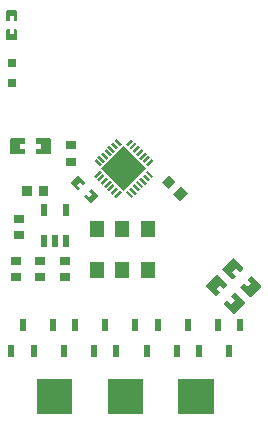
<source format=gtp>
G04 Layer: TopPasteMaskLayer*
G04 EasyEDA v6.4.20.6, 2021-08-18T09:30:06+08:00*
G04 2d57448aed11401ea87c12970cfe30e9,34bb6763e28e4bbdb854ef51fa08daf4,10*
G04 Gerber Generator version 0.2*
G04 Scale: 100 percent, Rotated: No, Reflected: No *
G04 Dimensions in millimeters *
G04 leading zeros omitted , absolute positions ,4 integer and 5 decimal *
%FSLAX45Y45*%
%MOMM*%

%ADD16R,0.8000X0.8000*%
%ADD19R,0.9000X0.8000*%
%ADD21R,1.2000X1.4000*%
%ADD23R,0.5320X1.0375*%
%ADD25R,0.6000X1.0000*%

%LPD*%
G36*
X-252018Y-527050D02*
G01*
X-257048Y-532028D01*
X-257048Y-612038D01*
X-252018Y-617067D01*
X-229260Y-617067D01*
X-229260Y-580034D01*
X-196240Y-580034D01*
X-196240Y-617067D01*
X-172059Y-617067D01*
X-167030Y-612038D01*
X-167030Y-532028D01*
X-172059Y-527050D01*
G37*
G36*
X-252018Y-687070D02*
G01*
X-257048Y-692048D01*
X-257048Y-771042D01*
X-252018Y-776071D01*
X-172059Y-776071D01*
X-167030Y-771042D01*
X-167030Y-692048D01*
X-172059Y-687070D01*
X-196240Y-687070D01*
X-196240Y-725068D01*
X-229260Y-725068D01*
X-229260Y-687070D01*
G37*
G36*
X-3302Y-1609394D02*
G01*
X-8280Y-1614424D01*
X-7823Y-1656384D01*
X36220Y-1656384D01*
X36220Y-1701393D01*
X-8788Y-1701393D01*
X-8280Y-1742389D01*
X-3302Y-1747418D01*
X111709Y-1747418D01*
X116687Y-1742389D01*
X116687Y-1614424D01*
X111709Y-1609394D01*
G37*
G36*
X-218287Y-1609394D02*
G01*
X-223316Y-1614424D01*
X-223316Y-1742389D01*
X-218287Y-1747418D01*
X-103276Y-1747418D01*
X-98298Y-1742389D01*
X-98806Y-1701393D01*
X-142798Y-1701393D01*
X-142798Y-1656384D01*
X-98298Y-1656384D01*
X-98298Y-1614424D01*
X-103276Y-1609394D01*
G37*
G36*
X459079Y-2040839D02*
G01*
X442976Y-2056942D01*
X469138Y-2083104D01*
X445770Y-2106422D01*
X419608Y-2080260D01*
X402488Y-2097379D01*
X402488Y-2104440D01*
X459079Y-2161032D01*
X466140Y-2161032D01*
X522732Y-2104440D01*
X522732Y-2097379D01*
X466140Y-2040839D01*
G37*
G36*
X346659Y-1928368D02*
G01*
X290068Y-1984959D01*
X290068Y-1992020D01*
X345948Y-2047900D01*
X353009Y-2047900D01*
X370128Y-2030780D01*
X343255Y-2003907D01*
X366572Y-1980590D01*
X393446Y-2007412D01*
X409600Y-1991309D01*
X409600Y-1984248D01*
X353720Y-1928368D01*
G37*
G36*
X1674114Y-2919933D02*
G01*
X1644751Y-2949956D01*
X1675841Y-2981096D01*
X1644040Y-3012897D01*
X1612239Y-2981096D01*
X1583588Y-3010408D01*
X1583588Y-3017469D01*
X1664919Y-3098800D01*
X1671980Y-3098800D01*
X1762506Y-3008325D01*
X1762506Y-3001213D01*
X1681175Y-2919933D01*
G37*
G36*
X1522069Y-2767888D02*
G01*
X1431544Y-2858414D01*
X1431544Y-2865475D01*
X1512874Y-2946806D01*
X1519936Y-2946806D01*
X1548587Y-2917444D01*
X1517446Y-2886303D01*
X1549298Y-2854502D01*
X1580743Y-2885948D01*
X1610461Y-2856280D01*
X1610461Y-2849219D01*
X1529130Y-2767888D01*
G37*
G36*
X1813814Y-2780233D02*
G01*
X1784451Y-2810256D01*
X1815541Y-2841396D01*
X1783740Y-2873197D01*
X1751939Y-2841396D01*
X1723288Y-2870708D01*
X1723288Y-2877769D01*
X1804619Y-2959100D01*
X1811680Y-2959100D01*
X1902206Y-2868625D01*
X1902206Y-2861513D01*
X1820875Y-2780233D01*
G37*
G36*
X1661769Y-2628188D02*
G01*
X1571244Y-2718714D01*
X1571244Y-2725775D01*
X1652574Y-2807106D01*
X1659636Y-2807106D01*
X1688287Y-2777744D01*
X1657146Y-2746603D01*
X1688998Y-2714802D01*
X1720443Y-2746248D01*
X1750161Y-2716580D01*
X1750161Y-2709519D01*
X1668830Y-2628188D01*
G37*
D16*
G01*
X-212046Y-972863D03*
G01*
X-212046Y-1143043D03*
G36*
X1221432Y-2021392D02*
G01*
X1278001Y-2077961D01*
X1214361Y-2141601D01*
X1157792Y-2085032D01*
G37*
G36*
X1122438Y-1922398D02*
G01*
X1179007Y-1978967D01*
X1115367Y-2042607D01*
X1058798Y-1986038D01*
G37*
D19*
G01*
X292100Y-1809902D03*
G01*
X292100Y-1669897D03*
G36*
X17299Y-2012398D02*
G01*
X97299Y-2012398D01*
X97299Y-2102401D01*
X17299Y-2102401D01*
G37*
G36*
X-122699Y-2012398D02*
G01*
X-42699Y-2012398D01*
X-42699Y-2102401D01*
X-122699Y-2102401D01*
G37*
G01*
X-152400Y-2292197D03*
G01*
X-152400Y-2432202D03*
G01*
X-177800Y-2647797D03*
G01*
X-177800Y-2787802D03*
G01*
X241300Y-2647797D03*
G01*
X241300Y-2787802D03*
G01*
X25400Y-2787802D03*
G01*
X25400Y-2647797D03*
D21*
G01*
X508000Y-2379192D03*
G01*
X508000Y-2726207D03*
G01*
X723900Y-2379192D03*
G01*
X723900Y-2726207D03*
G01*
X939800Y-2379192D03*
G01*
X939800Y-2726207D03*
G36*
X0Y-3649979D02*
G01*
X299999Y-3649979D01*
X299999Y-3949979D01*
X0Y-3949979D01*
G37*
G36*
X599998Y-3649979D02*
G01*
X899998Y-3649979D01*
X899998Y-3949979D01*
X599998Y-3949979D01*
G37*
G36*
X1199997Y-3649979D02*
G01*
X1499996Y-3649979D01*
X1499996Y-3949979D01*
X1199997Y-3949979D01*
G37*
D23*
G01*
X-215011Y-3410127D03*
G01*
X-24993Y-3410127D03*
G01*
X-119989Y-3189884D03*
G01*
X324993Y-3189884D03*
G01*
X135001Y-3189884D03*
G01*
X229996Y-3410127D03*
G01*
X484987Y-3410127D03*
G01*
X675004Y-3410127D03*
G01*
X580009Y-3189884D03*
G01*
X1024991Y-3189884D03*
G01*
X834999Y-3189884D03*
G01*
X929995Y-3410127D03*
G01*
X1185011Y-3410127D03*
G01*
X1375003Y-3410127D03*
G01*
X1280007Y-3189884D03*
G01*
X1724990Y-3189884D03*
G01*
X1534998Y-3189884D03*
G01*
X1629994Y-3410127D03*
D25*
G01*
X57404Y-2219502D03*
G01*
X247395Y-2219502D03*
G01*
X247395Y-2479522D03*
G01*
X152400Y-2479522D03*
G01*
X57404Y-2479522D03*
G36*
X485434Y-1932518D02*
G01*
X532457Y-1885495D01*
X548297Y-1901334D01*
X501274Y-1948357D01*
G37*
G36*
X513720Y-1960803D02*
G01*
X560740Y-1913780D01*
X576579Y-1929620D01*
X529559Y-1976643D01*
G37*
G36*
X542005Y-1989089D02*
G01*
X589028Y-1942066D01*
X604865Y-1957903D01*
X557842Y-2004926D01*
G37*
G36*
X570288Y-2017372D02*
G01*
X617311Y-1970351D01*
X633148Y-1986188D01*
X586127Y-2033211D01*
G37*
G36*
X598573Y-2045657D02*
G01*
X645596Y-1998634D01*
X661433Y-2014471D01*
X614410Y-2061494D01*
G37*
G36*
X626856Y-2073940D02*
G01*
X673879Y-2026920D01*
X689719Y-2042759D01*
X642696Y-2089779D01*
G37*
G36*
X655142Y-2102225D02*
G01*
X702165Y-2055202D01*
X718004Y-2071042D01*
X670981Y-2118065D01*
G37*
G36*
X802218Y-2118065D02*
G01*
X818057Y-2102225D01*
X771034Y-2055202D01*
X755195Y-2071042D01*
G37*
G36*
X830503Y-2089779D02*
G01*
X846343Y-2073940D01*
X799320Y-2026920D01*
X783480Y-2042759D01*
G37*
G36*
X858789Y-2061494D02*
G01*
X874626Y-2045657D01*
X827603Y-1998634D01*
X811766Y-2014471D01*
G37*
G36*
X887072Y-2033211D02*
G01*
X902911Y-2017372D01*
X855888Y-1970351D01*
X840051Y-1986188D01*
G37*
G36*
X915357Y-2004926D02*
G01*
X931194Y-1989089D01*
X884171Y-1942066D01*
X868334Y-1957903D01*
G37*
G36*
X943640Y-1976643D02*
G01*
X959479Y-1960803D01*
X912459Y-1913780D01*
X896620Y-1929620D01*
G37*
G36*
X971925Y-1948357D02*
G01*
X987765Y-1932518D01*
X940742Y-1885495D01*
X924902Y-1901334D01*
G37*
G36*
X971925Y-1785442D02*
G01*
X924902Y-1832465D01*
X940742Y-1848304D01*
X987765Y-1801281D01*
G37*
G36*
X943640Y-1757156D02*
G01*
X896620Y-1804179D01*
X912459Y-1820019D01*
X959479Y-1772996D01*
G37*
G36*
X915357Y-1728873D02*
G01*
X868334Y-1775896D01*
X884171Y-1791733D01*
X931194Y-1744710D01*
G37*
G36*
X887072Y-1700588D02*
G01*
X840051Y-1747611D01*
X855888Y-1763448D01*
X902911Y-1716427D01*
G37*
G36*
X858789Y-1672305D02*
G01*
X811766Y-1719328D01*
X827603Y-1735165D01*
X874626Y-1688142D01*
G37*
G36*
X830503Y-1644020D02*
G01*
X783480Y-1691040D01*
X799320Y-1706879D01*
X846343Y-1659859D01*
G37*
G36*
X802218Y-1615734D02*
G01*
X755195Y-1662757D01*
X771034Y-1678597D01*
X818057Y-1631574D01*
G37*
G36*
X702165Y-1678597D02*
G01*
X718004Y-1662757D01*
X670981Y-1615734D01*
X655142Y-1631574D01*
G37*
G36*
X673879Y-1706879D02*
G01*
X689719Y-1691040D01*
X642696Y-1644020D01*
X626856Y-1659859D01*
G37*
G36*
X645596Y-1735165D02*
G01*
X661433Y-1719328D01*
X614410Y-1672305D01*
X598573Y-1688142D01*
G37*
G36*
X617311Y-1763448D02*
G01*
X633148Y-1747611D01*
X586127Y-1700588D01*
X570288Y-1716427D01*
G37*
G36*
X589028Y-1791733D02*
G01*
X604865Y-1775896D01*
X557842Y-1728873D01*
X542005Y-1744710D01*
G37*
G36*
X560740Y-1820019D02*
G01*
X576579Y-1804179D01*
X529559Y-1757156D01*
X513720Y-1772996D01*
G37*
G36*
X532457Y-1848304D02*
G01*
X548297Y-1832465D01*
X501274Y-1785442D01*
X485434Y-1801281D01*
G37*
G36*
X736600Y-1675980D02*
G01*
X927519Y-1866900D01*
X736600Y-2057819D01*
X545680Y-1866900D01*
G37*
M02*

</source>
